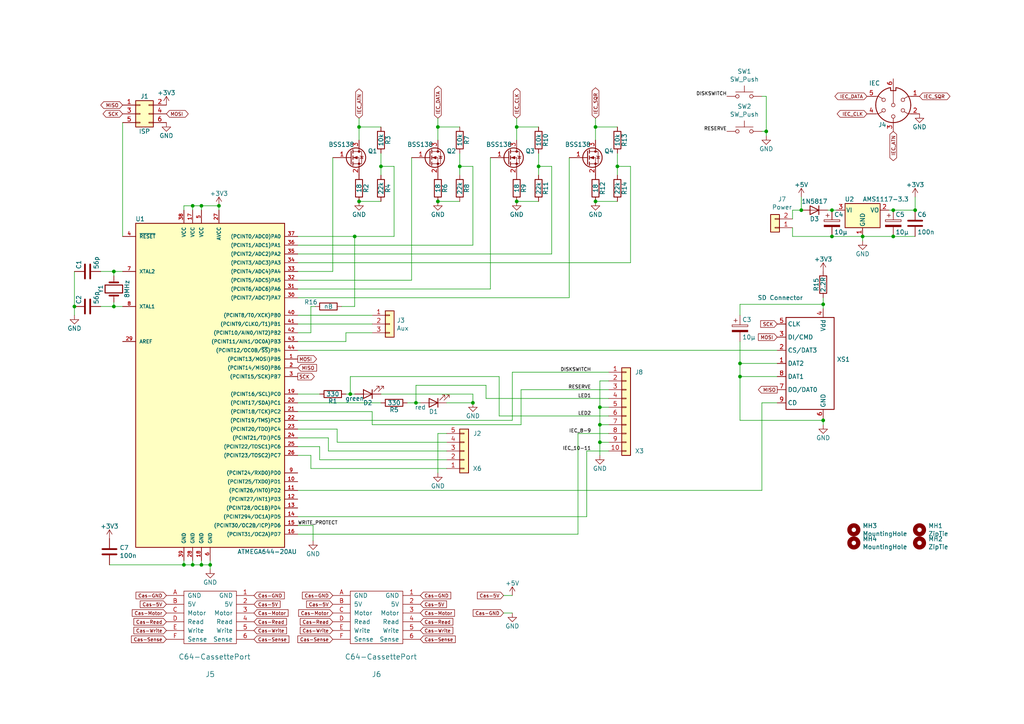
<source format=kicad_sch>
(kicad_sch (version 20211123) (generator eeschema)
  (paper "A4")
  (title_block (title "SD2IEC Pluggable") (date "2021-01-09") (rev "2.2") (company "www.hackup.net"))
  (lib_symbols
    (symbol "Connector:DIN-6" (pin_names (offset 1.016))
      (property "Reference" "J" (at 3.175 5.715 0))
      (property "Value" "DIN-6" (at 4.445 -4.445 0))
      (symbol "DIN-6_1_1"
        (pin passive line (at -7.62 -2.54 0) (length 2.54) (name "~") (number "1"))
        (pin passive line (at -7.62 2.54 0) (length 2.54) (name "~") (number "2"))
        (pin passive line (at 0 7.62 270) (length 2.54) (name "~") (number "3"))
        (pin passive line (at 7.62 2.54 180) (length 2.54) (name "~") (number "4"))
        (pin passive line (at 7.62 -2.54 180) (length 2.54) (name "~") (number "5"))
        (pin passive line (at 0 -7.62 90) (length 2.54) (name "~") (number "6"))
      )
    )
    (symbol "Connector_Generic:Conn_01x02" (pin_names (offset 1.016) hide)
      (property "Reference" "J" (at 0 2.54 0))
      (property "Value" "Conn_01x02" (at 0 -5.08 0))
      (symbol "Conn_01x02_1_1"
        (pin passive line (at -5.08 0 0) (length 3.81) (name "Pin_1") (number "1"))
        (pin passive line (at -5.08 -2.54 0) (length 3.81) (name "Pin_2") (number "2"))
      )
    )
    (symbol "Connector_Generic:Conn_01x03" (pin_names (offset 1.016) hide)
      (property "Reference" "J" (at 0 5.08 0))
      (property "Value" "Conn_01x03" (at 0 -5.08 0))
      (symbol "Conn_01x03_1_1"
        (pin passive line (at -5.08 2.54 0) (length 3.81) (name "Pin_1") (number "1"))
        (pin passive line (at -5.08 0 0) (length 3.81) (name "Pin_2") (number "2"))
        (pin passive line (at -5.08 -2.54 0) (length 3.81) (name "Pin_3") (number "3"))
      )
    )
    (symbol "Connector_Generic:Conn_01x05" (pin_names (offset 1.016) hide)
      (property "Reference" "J" (at 0 7.62 0))
      (property "Value" "Conn_01x05" (at 0 -7.62 0))
      (symbol "Conn_01x05_1_1"
        (pin passive line (at -5.08 5.08 0) (length 3.81) (name "Pin_1") (number "1"))
        (pin passive line (at -5.08 2.54 0) (length 3.81) (name "Pin_2") (number "2"))
        (pin passive line (at -5.08 0 0) (length 3.81) (name "Pin_3") (number "3"))
        (pin passive line (at -5.08 -2.54 0) (length 3.81) (name "Pin_4") (number "4"))
        (pin passive line (at -5.08 -5.08 0) (length 3.81) (name "Pin_5") (number "5"))
      )
    )
    (symbol "Connector_Generic:Conn_01x10" (pin_names (offset 1.016) hide)
      (property "Reference" "J" (at 0 12.7 0))
      (property "Value" "Conn_01x10" (at 0 -15.24 0))
      (symbol "Conn_01x10_1_1"
        (pin passive line (at -5.08 10.16 0) (length 3.81) (name "Pin_1") (number "1"))
        (pin passive line (at -5.08 -12.7 0) (length 3.81) (name "Pin_10") (number "10"))
        (pin passive line (at -5.08 7.62 0) (length 3.81) (name "Pin_2") (number "2"))
        (pin passive line (at -5.08 5.08 0) (length 3.81) (name "Pin_3") (number "3"))
        (pin passive line (at -5.08 2.54 0) (length 3.81) (name "Pin_4") (number "4"))
        (pin passive line (at -5.08 0 0) (length 3.81) (name "Pin_5") (number "5"))
        (pin passive line (at -5.08 -2.54 0) (length 3.81) (name "Pin_6") (number "6"))
        (pin passive line (at -5.08 -5.08 0) (length 3.81) (name "Pin_7") (number "7"))
        (pin passive line (at -5.08 -7.62 0) (length 3.81) (name "Pin_8") (number "8"))
        (pin passive line (at -5.08 -10.16 0) (length 3.81) (name "Pin_9") (number "9"))
      )
    )
    (symbol "Connector_Generic:Conn_02x03_Odd_Even" (pin_names (offset 1.016) hide)
      (property "Reference" "J" (at 1.27 5.08 0))
      (property "Value" "Conn_02x03_Odd_Even" (at 1.27 -5.08 0))
      (symbol "Conn_02x03_Odd_Even_1_1"
        (pin passive line (at -5.08 2.54 0) (length 3.81) (name "Pin_1") (number "1"))
        (pin passive line (at 7.62 2.54 180) (length 3.81) (name "Pin_2") (number "2"))
        (pin passive line (at -5.08 0 0) (length 3.81) (name "Pin_3") (number "3"))
        (pin passive line (at 7.62 0 180) (length 3.81) (name "Pin_4") (number "4"))
        (pin passive line (at -5.08 -2.54 0) (length 3.81) (name "Pin_5") (number "5"))
        (pin passive line (at 7.62 -2.54 180) (length 3.81) (name "Pin_6") (number "6"))
      )
    )
    (symbol "Device:C" (pin_numbers hide) (pin_names (offset 0.254))
      (property "Reference" "C" (at 0.635 2.54 0))
      (property "Value" "C" (at 0.635 -2.54 0))
      (symbol "C_1_1"
        (pin passive line (at 0 3.81 270) (length 2.794) (name "~") (number "1"))
        (pin passive line (at 0 -3.81 90) (length 2.794) (name "~") (number "2"))
      )
    )
    (symbol "Device:Crystal" (pin_numbers hide) (pin_names (offset 1.016) hide)
      (property "Reference" "Y" (at 0 3.81 0))
      (property "Value" "Crystal" (at 0 -3.81 0))
      (symbol "Crystal_1_1"
        (pin passive line (at -3.81 0 0) (length 1.27) (name "1") (number "1"))
        (pin passive line (at 3.81 0 180) (length 1.27) (name "2") (number "2"))
      )
    )
    (symbol "Device:LED" (pin_numbers hide) (pin_names (offset 1.016) hide)
      (property "Reference" "D" (at 0 2.54 0))
      (property "Value" "LED" (at 0 -2.54 0))
      (symbol "LED_1_1"
        (pin passive line (at -3.81 0 0) (length 2.54) (name "K") (number "1"))
        (pin passive line (at 3.81 0 180) (length 2.54) (name "A") (number "2"))
      )
    )
    (symbol "Device:R" (pin_numbers hide) (pin_names (offset 0))
      (property "Reference" "R" (at 2.032 0 90))
      (property "Value" "R" (at 0 0 90))
      (symbol "R_1_1"
        (pin passive line (at 0 3.81 270) (length 1.27) (name "~") (number "1"))
        (pin passive line (at 0 -3.81 90) (length 1.27) (name "~") (number "2"))
      )
    )
    (symbol "Diode:1N4148" (pin_numbers hide) (pin_names hide)
      (property "Reference" "D" (at 0 2.54 0))
      (property "Value" "1N4148" (at 0 -2.54 0))
      (symbol "1N4148_1_1"
        (pin passive line (at -3.81 0 0) (length 2.54) (name "K") (number "1"))
        (pin passive line (at 3.81 0 180) (length 2.54) (name "A") (number "2"))
      )
    )
    (symbol "Mechanical:MountingHole" (pin_names (offset 1.016))
      (property "Reference" "H" (at 0 5.08 0))
      (property "Value" "MountingHole" (at 0 3.175 0))
    )
    (symbol "Regulator_Linear:LM1117-3.3" (pin_names (offset 0.254))
      (property "Reference" "U" (at -3.81 3.175 0))
      (property "Value" "LM1117-3.3" (at 0 3.175 0))
      (symbol "LM1117-3.3_1_1"
        (pin power_in line (at 0 -7.62 90) (length 2.54) (name "GND") (number "1"))
        (pin power_out line (at 7.62 0 180) (length 2.54) (name "VO") (number "2"))
        (pin power_in line (at -7.62 0 0) (length 2.54) (name "VI") (number "3"))
      )
    )
    (symbol "SD2IECplug-rescue:CP-Device" (pin_numbers hide) (pin_names (offset 0.254))
      (property "Reference" "C" (at 0.635 2.54 0))
      (property "Value" "CP-Device" (at 0.635 -2.54 0))
      (symbol "CP-Device_1_1"
        (pin passive line (at 0 3.81 270) (length 2.794) (name "~") (number "1"))
        (pin passive line (at 0 -3.81 90) (length 2.794) (name "~") (number "2"))
      )
    )
    (symbol "SD2IECplug-rescue:SD_ebay-uSD-push_push_SMD-uSD_push-push_ebay"
      (property "Reference" "XS" (at 5.715 -14.605 0))
      (property "Value" "SD_ebay-uSD-push_push_SMD-uSD_push-push_ebay" (at -8.255 0 90))
      (symbol "SD_ebay-uSD-push_push_SMD-uSD_push-push_ebay_1_1"
        (pin bidirectional line (at 9.525 0 180) (length 2.54) (name "DAT2") (number "1"))
        (pin input line (at 9.525 3.81 180) (length 2.54) (name "CS/DAT3") (number "2"))
        (pin input line (at 9.525 7.62 180) (length 2.54) (name "DI/CMD") (number "3"))
        (pin input line (at -3.81 15.875 270) (length 2.54) (name "Vdd") (number "4"))
        (pin input line (at 9.525 11.43 180) (length 2.54) (name "CLK") (number "5"))
        (pin input line (at -3.81 -15.875 90) (length 2.54) (name "GND") (number "6"))
        (pin input line (at 9.525 -7.62 180) (length 2.54) (name "DO/DAT0") (number "7"))
        (pin bidirectional line (at 9.525 -3.81 180) (length 2.54) (name "DAT1") (number "8"))
        (pin input line (at 9.525 -11.43 180) (length 2.54) (name "CD") (number "9"))
      )
    )
    (symbol "SD2IECplug:ATMEGA644-20AU-atmel" (pin_names (offset 1.016))
      (property "Reference" "U" (at -20.32 48.26 0))
      (property "Value" "ATMEGA644-20AU-atmel" (at 16.51 -48.26 0))
      (symbol "ATMEGA644-20AU-atmel_1_1"
        (pin bidirectional line (at 25.4 7.62 180) (length 3.81) (name "(PCINT13/MOSI)PB5") (number "1"))
        (pin bidirectional line (at 25.4 -27.94 180) (length 3.81) (name "(PCINT25/TXD0)PD1") (number "10"))
        (pin bidirectional line (at 25.4 -30.48 180) (length 3.81) (name "(PCINT26/INT0)PD2") (number "11"))
        (pin bidirectional line (at 25.4 -33.02 180) (length 3.81) (name "(PCINT27/INT1)PD3") (number "12"))
        (pin bidirectional line (at 25.4 -35.56 180) (length 3.81) (name "(PCINT28/OC1B)PD4") (number "13"))
        (pin bidirectional line (at 25.4 -38.1 180) (length 3.81) (name "(PCINT294/OC1A)PD5") (number "14"))
        (pin bidirectional line (at 25.4 -40.64 180) (length 3.81) (name "(PCINT30/OC2B/ICP)PD6") (number "15"))
        (pin bidirectional line (at 25.4 -43.18 180) (length 3.81) (name "(PCINT31/OC2A)PD7") (number "16"))
        (pin power_in line (at -5.08 50.8 270) (length 3.81) (name "VCC") (number "17"))
        (pin power_in line (at -2.54 -50.8 90) (length 3.81) (name "GND") (number "18"))
        (pin bidirectional line (at 25.4 -2.54 180) (length 3.81) (name "(PCINT16/SCL)PC0") (number "19"))
        (pin bidirectional line (at 25.4 5.08 180) (length 3.81) (name "(PCINT14/MISO)PB6") (number "2"))
        (pin bidirectional line (at 25.4 -5.08 180) (length 3.81) (name "(PCINT17/SDA)PC1") (number "20"))
        (pin bidirectional line (at 25.4 -7.62 180) (length 3.81) (name "(PCINT18/TCK)PC2") (number "21"))
        (pin bidirectional line (at 25.4 -10.16 180) (length 3.81) (name "(PCINT19/TMS)PC3") (number "22"))
        (pin bidirectional line (at 25.4 -12.7 180) (length 3.81) (name "(PCINT20/TDO)PC4") (number "23"))
        (pin bidirectional line (at 25.4 -15.24 180) (length 3.81) (name "(PCINT21/TDI)PC5") (number "24"))
        (pin bidirectional line (at 25.4 -17.78 180) (length 3.81) (name "(PCINT22/TOSC1)PC6") (number "25"))
        (pin bidirectional line (at 25.4 -20.32 180) (length 3.81) (name "(PCINT23/TOSC2)PC7") (number "26"))
        (pin power_in line (at 2.54 50.8 270) (length 3.81) (name "AVCC") (number "27"))
        (pin power_in line (at -5.08 -50.8 90) (length 3.81) (name "GND") (number "28"))
        (pin power_in line (at -25.4 12.7 0) (length 3.81) (name "AREF") (number "29"))
        (pin bidirectional line (at 25.4 2.54 180) (length 3.81) (name "(PCINT15/SCK)PB7") (number "3"))
        (pin bidirectional line (at 25.4 25.4 180) (length 3.81) (name "(PCINT7/ADC7)PA7") (number "30"))
        (pin bidirectional line (at 25.4 27.94 180) (length 3.81) (name "(PCINT6/ADC6)PA6") (number "31"))
        (pin bidirectional line (at 25.4 30.48 180) (length 3.81) (name "(PCINT5/ADC5)PA5") (number "32"))
        (pin bidirectional line (at 25.4 33.02 180) (length 3.81) (name "(PCINT4/ADC4)PA4") (number "33"))
        (pin bidirectional line (at 25.4 35.56 180) (length 3.81) (name "(PCINT3/ADC3)PA3") (number "34"))
        (pin bidirectional line (at 25.4 38.1 180) (length 3.81) (name "(PCINT2/ADC2)PA2") (number "35"))
        (pin bidirectional line (at 25.4 40.64 180) (length 3.81) (name "(PCINT1/ADC1)PA1") (number "36"))
        (pin bidirectional line (at 25.4 43.18 180) (length 3.81) (name "(PCINT0/ADC0)PA0") (number "37"))
        (pin power_in line (at -7.62 50.8 270) (length 3.81) (name "VCC") (number "38"))
        (pin power_in line (at -7.62 -50.8 90) (length 3.81) (name "GND") (number "39"))
        (pin input line (at -25.4 43.18 0) (length 3.81) (name "~{RESET}") (number "4"))
        (pin bidirectional line (at 25.4 20.32 180) (length 3.81) (name "(PCINT8/T0/XCK)PB0") (number "40"))
        (pin bidirectional line (at 25.4 17.78 180) (length 3.81) (name "(PCINT9/CLKO/T1)PB1") (number "41"))
        (pin bidirectional line (at 25.4 15.24 180) (length 3.81) (name "(PCINT10/AIN0/INT2)PB2") (number "42"))
        (pin bidirectional line (at 25.4 12.7 180) (length 3.81) (name "(PCINT11/AIN1/OC0A)PB3") (number "43"))
        (pin bidirectional line (at 25.4 10.16 180) (length 3.81) (name "(PCINT12/OC0B/~{SS})PB4") (number "44"))
        (pin power_in line (at -2.54 50.8 270) (length 3.81) (name "VCC") (number "5"))
        (pin power_in line (at 0 -50.8 90) (length 3.81) (name "GND") (number "6"))
        (pin bidirectional line (at -25.4 33.02 0) (length 3.81) (name "XTAL2") (number "7"))
        (pin bidirectional line (at -25.4 22.86 0) (length 3.81) (name "XTAL1") (number "8"))
        (pin bidirectional line (at 25.4 -25.4 180) (length 3.81) (name "(PCINT24/RXD0)PD0") (number "9"))
      )
    )
    (symbol "SD2IECplug:IRLML2803" (pin_names (offset 0) hide)
      (property "Reference" "Q" (at 5.08 1.905 0))
      (property "Value" "IRLML2803" (at 5.08 0 0))
      (symbol "IRLML2803_1_1"
        (pin input line (at -5.08 0 0) (length 5.334) (name "G") (number "1"))
        (pin passive line (at 2.54 -5.08 90) (length 2.54) (name "S") (number "2"))
        (pin passive line (at 2.54 5.08 270) (length 2.54) (name "D") (number "3"))
      )
    )
    (symbol "Switch:SW_Push" (pin_numbers hide) (pin_names (offset 1.016) hide)
      (property "Reference" "SW" (at 1.27 2.54 0))
      (property "Value" "SW_Push" (at 0 -1.524 0))
      (symbol "SW_Push_0_1"
        (pin passive line (at -5.08 0 0) (length 2.54) (name "1") (number "1"))
        (pin passive line (at 5.08 0 180) (length 2.54) (name "2") (number "2"))
      )
    )
    (symbol "hackup-commodore:C64-CassettePort" (pin_names (offset 1.016))
      (property "Reference" "J" (at 0 0 0))
      (property "Value" "C64-CassettePort" (at 1.27 5.08 0))
      (symbol "C64-CassettePort_1_1"
        (pin power_out line (at 12.7 22.86 180) (length 5.08) (name "GND") (number "1"))
        (pin power_out line (at 12.7 20.32 180) (length 5.08) (name "5V") (number "2"))
        (pin output line (at 12.7 17.78 180) (length 5.08) (name "Motor") (number "3"))
        (pin input line (at 12.7 15.24 180) (length 5.08) (name "Read") (number "4"))
        (pin output line (at 12.7 12.7 180) (length 5.08) (name "Write") (number "5"))
        (pin input line (at 12.7 10.16 180) (length 5.08) (name "Sense") (number "6"))
        (pin power_out line (at -12.7 22.86 0) (length 5.08) (name "GND") (number "A"))
        (pin power_out line (at -12.7 20.32 0) (length 5.08) (name "5V") (number "B"))
        (pin output line (at -12.7 17.78 0) (length 5.08) (name "Motor") (number "C"))
        (pin input line (at -12.7 15.24 0) (length 5.08) (name "Read") (number "D"))
        (pin output line (at -12.7 12.7 0) (length 5.08) (name "Write") (number "E"))
        (pin input line (at -12.7 10.16 0) (length 5.08) (name "Sense") (number "F"))
      )
    )
    (symbol "power:+3V3" (power) (pin_names (offset 0))
      (property "Value" "+3V3" (at 0 3.556 0))
      (symbol "+3V3_1_1"
        (pin power_in line (at 0 0 90) (length 0) hide (name "+3V3") (number "1"))
      )
    )
    (symbol "power:+5V" (power) (pin_names (offset 0))
      (property "Value" "+5V" (at 0 3.556 0))
      (symbol "+5V_1_1"
        (pin power_in line (at 0 0 90) (length 0) hide (name "+5V") (number "1"))
      )
    )
    (symbol "power:GND" (power) (pin_names (offset 0))
      (property "Value" "GND" (at 0 -3.81 0))
      (symbol "GND_1_1"
        (pin power_in line (at 0 0 270) (length 0) hide (name "GND") (number "1"))
      )
    )
  )
  (junction (at 127 36.83))
  (junction (at 238.76 121.92))
  (junction (at 173.99 118.11))
  (junction (at 55.88 59.69))
  (junction (at 53.34 163.83))
  (junction (at 104.14 36.83))
  (junction (at 265.43 60.96))
  (junction (at 55.88 163.83))
  (junction (at 60.96 163.83))
  (junction (at 33.02 78.74))
  (junction (at 33.02 88.9))
  (junction (at 21.59 88.9))
  (junction (at 127 58.42))
  (junction (at 214.63 109.22))
  (junction (at 173.99 123.19))
  (junction (at 250.19 68.58))
  (junction (at 104.14 58.42))
  (junction (at 241.3 68.58))
  (junction (at 120.65 116.84))
  (junction (at 238.76 88.265))
  (junction (at 137.16 116.84))
  (junction (at 58.42 59.69))
  (junction (at 156.21 48.26))
  (junction (at 149.86 58.42))
  (junction (at 232.41 60.96))
  (junction (at 110.49 48.26))
  (junction (at 63.5 59.69))
  (junction (at 101.6 114.3))
  (junction (at 241.3 60.96))
  (junction (at 259.08 68.58))
  (junction (at 133.35 48.26))
  (junction (at 179.07 48.26))
  (junction (at 259.08 60.96))
  (junction (at 214.63 105.41))
  (junction (at 173.99 128.27))
  (junction (at 222.25 38.1))
  (junction (at 102.87 68.58))
  (junction (at 58.42 163.83))
  (junction (at 172.72 58.42))
  (junction (at 149.86 36.83))
  (junction (at 172.72 36.83))
  (wire (pts (xy 90.17 88.9) (xy 91.44 88.9)))
  (wire (pts (xy 165.1 86.36) (xy 86.36 86.36)))
  (wire (pts (xy 120.65 116.84) (xy 120.65 111.76)))
  (wire (pts (xy 55.88 59.69) (xy 58.42 59.69)))
  (wire (pts (xy 86.36 132.08) (xy 90.17 132.08)))
  (wire (pts (xy 92.71 129.54) (xy 92.71 133.35)))
  (wire (pts (xy 100.33 114.3) (xy 101.6 114.3)))
  (wire (pts (xy 53.34 59.69) (xy 55.88 59.69)))
  (wire (pts (xy 133.35 44.45) (xy 133.35 48.26)))
  (wire (pts (xy 214.63 91.44) (xy 214.63 88.265)))
  (wire (pts (xy 21.59 88.9) (xy 21.59 91.44)))
  (wire (pts (xy 104.14 36.83) (xy 104.14 40.64)))
  (wire (pts (xy 176.53 110.49) (xy 173.99 110.49)))
  (wire (pts (xy 107.95 123.19) (xy 151.13 123.19)))
  (wire (pts (xy 232.41 57.15) (xy 232.41 60.96)))
  (wire (pts (xy 214.63 99.06) (xy 214.63 105.41)))
  (wire (pts (xy 119.38 45.72) (xy 119.38 81.28)))
  (wire (pts (xy 133.35 48.26) (xy 137.16 48.26)))
  (wire (pts (xy 137.16 114.3) (xy 137.16 116.84)))
  (wire (pts (xy 100.33 99.06) (xy 100.33 96.52)))
  (wire (pts (xy 100.33 96.52) (xy 107.95 96.52)))
  (wire (pts (xy 259.08 60.96) (xy 265.43 60.96)))
  (wire (pts (xy 86.36 129.54) (xy 92.71 129.54)))
  (wire (pts (xy 167.64 125.73) (xy 167.64 154.94)))
  (wire (pts (xy 110.49 114.3) (xy 137.16 114.3)))
  (wire (pts (xy 144.78 120.65) (xy 176.53 120.65)))
  (wire (pts (xy 118.11 116.84) (xy 120.65 116.84)))
  (wire (pts (xy 110.49 44.45) (xy 110.49 48.26)))
  (wire (pts (xy 63.5 59.69) (xy 63.5 60.96)))
  (wire (pts (xy 102.87 88.9) (xy 102.87 68.58)))
  (wire (pts (xy 144.78 109.22) (xy 144.78 120.65)))
  (wire (pts (xy 140.97 111.76) (xy 140.97 115.57)))
  (wire (pts (xy 137.16 48.26) (xy 137.16 71.12)))
  (wire (pts (xy 225.425 105.41) (xy 214.63 105.41)))
  (wire (pts (xy 241.3 60.96) (xy 242.57 60.96)))
  (wire (pts (xy 170.18 130.81) (xy 170.18 149.86)))
  (wire (pts (xy 55.88 60.96) (xy 55.88 59.69)))
  (wire (pts (xy 90.17 96.52) (xy 90.17 88.9)))
  (wire (pts (xy 86.36 91.44) (xy 107.95 91.44)))
  (wire (pts (xy 160.02 48.26) (xy 160.02 73.66)))
  (wire (pts (xy 99.06 88.9) (xy 102.87 88.9)))
  (wire (pts (xy 172.72 36.83) (xy 179.07 36.83)))
  (wire (pts (xy 21.59 78.74) (xy 21.59 88.9)))
  (wire (pts (xy 146.05 172.72) (xy 148.59 172.72)))
  (wire (pts (xy 265.43 60.96) (xy 265.43 57.15)))
  (wire (pts (xy 238.76 86.36) (xy 238.76 88.265)))
  (wire (pts (xy 119.38 81.28) (xy 86.36 81.28)))
  (wire (pts (xy 90.17 135.89) (xy 129.54 135.89)))
  (wire (pts (xy 86.36 99.06) (xy 100.33 99.06)))
  (wire (pts (xy 92.71 133.35) (xy 129.54 133.35)))
  (wire (pts (xy 86.36 93.98) (xy 107.95 93.98)))
  (wire (pts (xy 229.87 66.04) (xy 229.87 68.58)))
  (wire (pts (xy 60.96 162.56) (xy 60.96 163.83)))
  (wire (pts (xy 35.56 68.58) (xy 35.56 35.56)))
  (wire (pts (xy 102.87 68.58) (xy 114.3 68.58)))
  (wire (pts (xy 250.19 68.58) (xy 259.08 68.58)))
  (wire (pts (xy 220.98 27.94) (xy 222.25 27.94)))
  (wire (pts (xy 156.21 48.26) (xy 160.02 48.26)))
  (wire (pts (xy 257.81 60.96) (xy 259.08 60.96)))
  (wire (pts (xy 86.36 119.38) (xy 107.95 119.38)))
  (wire (pts (xy 148.59 121.92) (xy 148.59 107.95)))
  (wire (pts (xy 214.63 109.22) (xy 225.425 109.22)))
  (wire (pts (xy 214.63 105.41) (xy 214.63 109.22)))
  (wire (pts (xy 96.52 78.74) (xy 86.36 78.74)))
  (wire (pts (xy 165.1 45.72) (xy 165.1 86.36)))
  (wire (pts (xy 86.36 68.58) (xy 102.87 68.58)))
  (wire (pts (xy 176.53 123.19) (xy 173.99 123.19)))
  (wire (pts (xy 156.21 48.26) (xy 156.21 50.8)))
  (wire (pts (xy 86.36 101.6) (xy 225.425 101.6)))
  (wire (pts (xy 86.36 121.92) (xy 148.59 121.92)))
  (wire (pts (xy 220.98 38.1) (xy 222.25 38.1)))
  (wire (pts (xy 53.34 163.83) (xy 31.75 163.83)))
  (wire (pts (xy 149.86 36.83) (xy 149.86 40.64)))
  (wire (pts (xy 182.88 76.2) (xy 86.36 76.2)))
  (wire (pts (xy 229.87 60.96) (xy 232.41 60.96)))
  (wire (pts (xy 58.42 162.56) (xy 58.42 163.83)))
  (wire (pts (xy 133.35 48.26) (xy 133.35 50.8)))
  (wire (pts (xy 176.53 125.73) (xy 167.64 125.73)))
  (wire (pts (xy 238.76 121.92) (xy 238.76 123.19)))
  (wire (pts (xy 172.72 36.83) (xy 172.72 40.64)))
  (wire (pts (xy 156.21 44.45) (xy 156.21 48.26)))
  (wire (pts (xy 241.3 68.58) (xy 250.19 68.58)))
  (wire (pts (xy 182.88 48.26) (xy 182.88 76.2)))
  (wire (pts (xy 53.34 60.96) (xy 53.34 59.69)))
  (wire (pts (xy 156.21 58.42) (xy 149.86 58.42)))
  (wire (pts (xy 238.76 121.92) (xy 214.63 121.92)))
  (wire (pts (xy 114.3 48.26) (xy 114.3 68.58)))
  (wire (pts (xy 29.21 88.9) (xy 33.02 88.9)))
  (wire (pts (xy 149.86 34.29) (xy 149.86 36.83)))
  (wire (pts (xy 142.24 45.72) (xy 142.24 83.82)))
  (wire (pts (xy 104.14 34.29) (xy 104.14 36.83)))
  (wire (pts (xy 60.96 163.83) (xy 60.96 165.1)))
  (wire (pts (xy 179.07 48.26) (xy 179.07 50.8)))
  (wire (pts (xy 86.36 96.52) (xy 90.17 96.52)))
  (wire (pts (xy 101.6 114.3) (xy 102.87 114.3)))
  (wire (pts (xy 229.87 63.5) (xy 229.87 60.96)))
  (wire (pts (xy 222.25 27.94) (xy 222.25 38.1)))
  (wire (pts (xy 167.64 154.94) (xy 86.36 154.94)))
  (wire (pts (xy 146.05 177.8) (xy 148.59 177.8)))
  (wire (pts (xy 86.36 114.3) (xy 92.71 114.3)))
  (wire (pts (xy 86.36 116.84) (xy 110.49 116.84)))
  (wire (pts (xy 214.63 121.92) (xy 214.63 109.22)))
  (wire (pts (xy 127 36.83) (xy 127 40.64)))
  (wire (pts (xy 97.79 128.27) (xy 129.54 128.27)))
  (wire (pts (xy 179.07 48.26) (xy 182.88 48.26)))
  (wire (pts (xy 110.49 48.26) (xy 114.3 48.26)))
  (wire (pts (xy 90.17 132.08) (xy 90.17 135.89)))
  (wire (pts (xy 142.24 83.82) (xy 86.36 83.82)))
  (wire (pts (xy 110.49 58.42) (xy 104.14 58.42)))
  (wire (pts (xy 173.99 123.19) (xy 173.99 128.27)))
  (wire (pts (xy 104.14 36.83) (xy 110.49 36.83)))
  (wire (pts (xy 149.86 36.83) (xy 156.21 36.83)))
  (wire (pts (xy 58.42 163.83) (xy 60.96 163.83)))
  (wire (pts (xy 129.54 125.73) (xy 127 125.73)))
  (wire (pts (xy 120.65 111.76) (xy 140.97 111.76)))
  (wire (pts (xy 173.99 128.27) (xy 173.99 132.08)))
  (wire (pts (xy 86.36 124.46) (xy 97.79 124.46)))
  (wire (pts (xy 86.36 127) (xy 95.25 127)))
  (wire (pts (xy 127 34.29) (xy 127 36.83)))
  (wire (pts (xy 58.42 59.69) (xy 63.5 59.69)))
  (wire (pts (xy 179.07 44.45) (xy 179.07 48.26)))
  (wire (pts (xy 97.79 124.46) (xy 97.79 128.27)))
  (wire (pts (xy 220.98 116.84) (xy 220.98 142.24)))
  (wire (pts (xy 101.6 109.22) (xy 144.78 109.22)))
  (wire (pts (xy 173.99 110.49) (xy 173.99 118.11)))
  (wire (pts (xy 127 36.83) (xy 133.35 36.83)))
  (wire (pts (xy 176.53 118.11) (xy 173.99 118.11)))
  (wire (pts (xy 259.08 68.58) (xy 265.43 68.58)))
  (wire (pts (xy 137.16 71.12) (xy 86.36 71.12)))
  (wire (pts (xy 172.72 34.29) (xy 172.72 36.83)))
  (wire (pts (xy 176.53 130.81) (xy 170.18 130.81)))
  (wire (pts (xy 160.02 73.66) (xy 86.36 73.66)))
  (wire (pts (xy 53.34 162.56) (xy 53.34 163.83)))
  (wire (pts (xy 53.34 163.83) (xy 55.88 163.83)))
  (wire (pts (xy 214.63 88.265) (xy 238.76 88.265)))
  (wire (pts (xy 120.65 116.84) (xy 121.92 116.84)))
  (wire (pts (xy 240.03 60.96) (xy 241.3 60.96)))
  (wire (pts (xy 140.97 115.57) (xy 176.53 115.57)))
  (wire (pts (xy 107.95 119.38) (xy 107.95 123.19)))
  (wire (pts (xy 179.07 58.42) (xy 172.72 58.42)))
  (wire (pts (xy 33.02 87.63) (xy 33.02 88.9)))
  (wire (pts (xy 238.76 121.285) (xy 238.76 121.92)))
  (wire (pts (xy 170.18 149.86) (xy 86.36 149.86)))
  (wire (pts (xy 250.19 69.85) (xy 250.19 68.58)))
  (wire (pts (xy 96.52 45.72) (xy 96.52 78.74)))
  (wire (pts (xy 151.13 113.03) (xy 176.53 113.03)))
  (wire (pts (xy 133.35 58.42) (xy 127 58.42)))
  (wire (pts (xy 229.87 68.58) (xy 241.3 68.58)))
  (wire (pts (xy 129.54 116.84) (xy 137.16 116.84)))
  (wire (pts (xy 222.25 38.1) (xy 222.25 39.37)))
  (wire (pts (xy 127 125.73) (xy 127 137.16)))
  (wire (pts (xy 29.21 78.74) (xy 33.02 78.74)))
  (wire (pts (xy 33.02 78.74) (xy 35.56 78.74)))
  (wire (pts (xy 148.59 107.95) (xy 176.53 107.95)))
  (wire (pts (xy 90.805 152.4) (xy 90.805 156.845)))
  (wire (pts (xy 110.49 48.26) (xy 110.49 50.8)))
  (wire (pts (xy 220.98 116.84) (xy 225.425 116.84)))
  (wire (pts (xy 95.25 130.81) (xy 129.54 130.81)))
  (wire (pts (xy 33.02 88.9) (xy 35.56 88.9)))
  (wire (pts (xy 86.36 142.24) (xy 220.98 142.24)))
  (wire (pts (xy 151.13 123.19) (xy 151.13 113.03)))
  (wire (pts (xy 33.02 80.01) (xy 33.02 78.74)))
  (wire (pts (xy 86.36 152.4) (xy 90.805 152.4)))
  (wire (pts (xy 55.88 163.83) (xy 58.42 163.83)))
  (wire (pts (xy 173.99 118.11) (xy 173.99 123.19)))
  (wire (pts (xy 58.42 60.96) (xy 58.42 59.69)))
  (wire (pts (xy 101.6 114.3) (xy 101.6 109.22)))
  (wire (pts (xy 55.88 162.56) (xy 55.88 163.83)))
  (wire (pts (xy 95.25 127) (xy 95.25 130.81)))
  (wire (pts (xy 176.53 128.27) (xy 173.99 128.27)))
  (wire (pts (xy 238.76 88.265) (xy 238.76 89.535)))
  (label "DISKSWITCH" (at 210.82 27.94 180) (effects (font (size 0.9906 0.9906))))
  (label "IEC_8-9" (at 171.45 125.73 180) (effects (font (size 0.9906 0.9906))))
  (label "IEC_10-11" (at 171.45 130.81 180) (effects (font (size 0.9906 0.9906))))
  (label "LED1" (at 171.45 115.57 180) (effects (font (size 0.9906 0.9906))))
  (label "WRITE_PROTECT" (at 86.36 152.4 0) (effects (font (size 0.9906 0.9906))))
  (label "LED2" (at 171.45 120.65 180) (effects (font (size 0.9906 0.9906))))
  (label "DISKSWITCH" (at 171.45 107.95 180) (effects (font (size 0.9906 0.9906))))
  (label "RESERVE" (at 171.45 113.03 180) (effects (font (size 0.9906 0.9906))))
  (label "RESERVE" (at 210.82 38.1 180) (effects (font (size 0.9906 0.9906))))
  (global_label "Cas-Write" (shape input) (at 48.26 182.88 180) (effects (font (size 0.9906 0.9906))) (property "Intersheet References" "${INTERSHEET_REFS}" (effects hide)))
  (global_label "Cas-GND" (shape input) (at 96.52 172.72 180) (effects (font (size 0.9906 0.9906))) (property "Intersheet References" "${INTERSHEET_REFS}" (effects hide)))
  (global_label "IEC_ATN" (shape bidirectional) (at 259.08 38.1 270) (effects (font (size 0.9906 0.9906))) (property "Intersheet References" "${INTERSHEET_REFS}" (effects hide)))
  (global_label "Cas-Sense" (shape input) (at 121.92 185.42 0) (effects (font (size 0.9906 0.9906))) (property "Intersheet References" "${INTERSHEET_REFS}" (effects hide)))
  (global_label "Cas-Write" (shape input) (at 96.52 182.88 180) (effects (font (size 0.9906 0.9906))) (property "Intersheet References" "${INTERSHEET_REFS}" (effects hide)))
  (global_label "IEC_SQR" (shape bidirectional) (at 266.7 27.94 0) (effects (font (size 0.9906 0.9906))) (property "Intersheet References" "${INTERSHEET_REFS}" (effects hide)))
  (global_label "SCK" (shape bidirectional) (at 35.56 33.02 180) (effects (font (size 0.9906 0.9906))) (property "Intersheet References" "${INTERSHEET_REFS}" (effects hide)))
  (global_label "MISO" (shape input) (at 86.36 106.68 0) (effects (font (size 0.9906 0.9906))) (property "Intersheet References" "${INTERSHEET_REFS}" (effects hide)))
  (global_label "Cas-Motor" (shape input) (at 121.92 177.8 0) (effects (font (size 0.9906 0.9906))) (property "Intersheet References" "${INTERSHEET_REFS}" (effects hide)))
  (global_label "SCK" (shape input) (at 225.425 93.98 180) (effects (font (size 0.9906 0.9906))) (property "Intersheet References" "${INTERSHEET_REFS}" (effects hide)))
  (global_label "Cas-Motor" (shape input) (at 96.52 177.8 180) (effects (font (size 0.9906 0.9906))) (property "Intersheet References" "${INTERSHEET_REFS}" (effects hide)))
  (global_label "Cas-Read" (shape input) (at 73.66 180.34 0) (effects (font (size 0.9906 0.9906))) (property "Intersheet References" "${INTERSHEET_REFS}" (effects hide)))
  (global_label "Cas-Write" (shape input) (at 73.66 182.88 0) (effects (font (size 0.9906 0.9906))) (property "Intersheet References" "${INTERSHEET_REFS}" (effects hide)))
  (global_label "Cas-Sense" (shape input) (at 48.26 185.42 180) (effects (font (size 0.9906 0.9906))) (property "Intersheet References" "${INTERSHEET_REFS}" (effects hide)))
  (global_label "Cas-Write" (shape input) (at 121.92 182.88 0) (effects (font (size 0.9906 0.9906))) (property "Intersheet References" "${INTERSHEET_REFS}" (effects hide)))
  (global_label "Cas-GND" (shape input) (at 121.92 172.72 0) (effects (font (size 0.9906 0.9906))) (property "Intersheet References" "${INTERSHEET_REFS}" (effects hide)))
  (global_label "Cas-5V" (shape input) (at 48.26 175.26 180) (effects (font (size 0.9906 0.9906))) (property "Intersheet References" "${INTERSHEET_REFS}" (effects hide)))
  (global_label "IEC_SQR" (shape bidirectional) (at 172.72 34.29 90) (effects (font (size 0.9906 0.9906))) (property "Intersheet References" "${INTERSHEET_REFS}" (effects hide)))
  (global_label "Cas-Read" (shape input) (at 96.52 180.34 180) (effects (font (size 0.9906 0.9906))) (property "Intersheet References" "${INTERSHEET_REFS}" (effects hide)))
  (global_label "Cas-5V" (shape input) (at 121.92 175.26 0) (effects (font (size 0.9906 0.9906))) (property "Intersheet References" "${INTERSHEET_REFS}" (effects hide)))
  (global_label "Cas-Read" (shape input) (at 121.92 180.34 0) (effects (font (size 0.9906 0.9906))) (property "Intersheet References" "${INTERSHEET_REFS}" (effects hide)))
  (global_label "Cas-Read" (shape input) (at 48.26 180.34 180) (effects (font (size 0.9906 0.9906))) (property "Intersheet References" "${INTERSHEET_REFS}" (effects hide)))
  (global_label "Cas-GND" (shape input) (at 48.26 172.72 180) (effects (font (size 0.9906 0.9906))) (property "Intersheet References" "${INTERSHEET_REFS}" (effects hide)))
  (global_label "Cas-Motor" (shape input) (at 73.66 177.8 0) (effects (font (size 0.9906 0.9906))) (property "Intersheet References" "${INTERSHEET_REFS}" (effects hide)))
  (global_label "Cas-Sense" (shape input) (at 73.66 185.42 0) (effects (font (size 0.9906 0.9906))) (property "Intersheet References" "${INTERSHEET_REFS}" (effects hide)))
  (global_label "Cas-Motor" (shape input) (at 48.26 177.8 180) (effects (font (size 0.9906 0.9906))) (property "Intersheet References" "${INTERSHEET_REFS}" (effects hide)))
  (global_label "Cas-5V" (shape input) (at 96.52 175.26 180) (effects (font (size 0.9906 0.9906))) (property "Intersheet References" "${INTERSHEET_REFS}" (effects hide)))
  (global_label "Cas-5V" (shape input) (at 146.05 172.72 180) (effects (font (size 0.9906 0.9906))) (property "Intersheet References" "${INTERSHEET_REFS}" (effects hide)))
  (global_label "MISO" (shape bidirectional) (at 35.56 30.48 180) (effects (font (size 0.9906 0.9906))) (property "Intersheet References" "${INTERSHEET_REFS}" (effects hide)))
  (global_label "MOSI" (shape bidirectional) (at 48.26 33.02 0) (effects (font (size 0.9906 0.9906))) (property "Intersheet References" "${INTERSHEET_REFS}" (effects hide)))
  (global_label "Cas-5V" (shape input) (at 73.66 175.26 0) (effects (font (size 0.9906 0.9906))) (property "Intersheet References" "${INTERSHEET_REFS}" (effects hide)))
  (global_label "Cas-GND" (shape input) (at 73.66 172.72 0) (effects (font (size 0.9906 0.9906))) (property "Intersheet References" "${INTERSHEET_REFS}" (effects hide)))
  (global_label "MOSI" (shape output) (at 86.36 104.14 0) (effects (font (size 0.9906 0.9906))) (property "Intersheet References" "${INTERSHEET_REFS}" (effects hide)))
  (global_label "IEC_DATA" (shape bidirectional) (at 251.46 27.94 180) (effects (font (size 0.9906 0.9906))) (property "Intersheet References" "${INTERSHEET_REFS}" (effects hide)))
  (global_label "IEC_CLK" (shape bidirectional) (at 149.86 34.29 90) (effects (font (size 0.9906 0.9906))) (property "Intersheet References" "${INTERSHEET_REFS}" (effects hide)))
  (global_label "Cas-GND" (shape input) (at 146.05 177.8 180) (effects (font (size 0.9906 0.9906))) (property "Intersheet References" "${INTERSHEET_REFS}" (effects hide)))
  (global_label "IEC_CLK" (shape bidirectional) (at 251.46 33.02 180) (effects (font (size 0.9906 0.9906))) (property "Intersheet References" "${INTERSHEET_REFS}" (effects hide)))
  (global_label "MISO" (shape output) (at 225.425 113.03 180) (effects (font (size 0.9906 0.9906))) (property "Intersheet References" "${INTERSHEET_REFS}" (effects hide)))
  (global_label "Cas-Sense" (shape input) (at 96.52 185.42 180) (effects (font (size 0.9906 0.9906))) (property "Intersheet References" "${INTERSHEET_REFS}" (effects hide)))
  (global_label "IEC_ATN" (shape bidirectional) (at 104.14 34.29 90) (effects (font (size 0.9906 0.9906))) (property "Intersheet References" "${INTERSHEET_REFS}" (effects hide)))
  (global_label "IEC_DATA" (shape bidirectional) (at 127 34.29 90) (effects (font (size 0.9906 0.9906))) (property "Intersheet References" "${INTERSHEET_REFS}" (effects hide)))
  (global_label "SCK" (shape output) (at 86.36 109.22 0) (effects (font (size 0.9906 0.9906))) (property "Intersheet References" "${INTERSHEET_REFS}" (effects hide)))
  (global_label "MOSI" (shape input) (at 225.425 97.79 180) (effects (font (size 0.9906 0.9906))) (property "Intersheet References" "${INTERSHEET_REFS}" (effects hide)))
  (symbol (lib_id "SD2IECplug:ATMEGA644-20AU-atmel") (at 60.96 111.76 0) (unit 1)
    (property "Reference" "U1" (at 40.64 63.5 0))
    (property "Value" "ATMEGA644-20AU" (at 77.47 160.02 0))
    (property "Footprint" "Housings_QFP:TQFP-44_10x10mm_Pitch0.8mm" (effects hide))
  )
  (symbol (lib_id "Regulator_Linear:LM1117-3.3") (at 250.19 60.96 0) (unit 1)
    (property "Reference" "U2" (at 246.38 57.785 0))
    (property "Value" "AMS1117-3.3" (at 250.19 57.785 0) (effects (justify left)))
    (property "Footprint" "TO_SOT_Packages_SMD:SOT-223-3_TabPin2" (effects hide))
  )
  (symbol (lib_id "power:GND") (at 250.19 69.85 0) (unit 1)
    (property "Reference" "#PWR01" (effects hide))
    (property "Value" "GND" (at 250.19 73.66 0))
  )
  (symbol (lib_id "Diode:1N4148") (at 236.22 60.96 180) (unit 1)
    (property "Reference" "D3" (at 236.22 63.5 0))
    (property "Value" "1N5817" (at 236.22 58.42 0))
    (property "Footprint" "Diodes_THT:D_DO-41_SOD81_P7.62mm_Horizontal" (effects hide))
  )
  (symbol (lib_id "power:+5V") (at 232.41 57.15 0) (unit 1)
    (property "Reference" "#PWR02" (effects hide))
    (property "Value" "+5V" (at 232.41 53.594 0))
  )
  (symbol (lib_id "Device:C") (at 265.43 64.77 0) (unit 1)
    (property "Reference" "C6" (at 266.065 62.23 0) (effects (justify left)))
    (property "Value" "100n" (at 266.065 67.31 0) (effects (justify left)))
    (property "Footprint" "Capacitors_SMD:C_0805_HandSoldering" (effects hide))
  )
  (symbol (lib_id "power:GND") (at 60.96 165.1 0) (unit 1)
    (property "Reference" "#PWR03" (effects hide))
    (property "Value" "GND" (at 60.96 168.91 0))
  )
  (symbol (lib_id "Connector:DIN-6") (at 259.08 30.48 180) (unit 1)
    (property "Reference" "J4" (at 255.905 36.195 0))
    (property "Value" "IEC" (at 255.27 24.13 0) (effects (justify left)))
    (property "Footprint" "DIN-Connectors:DIN-6-Variable" (effects hide))
  )
  (symbol (lib_id "power:GND") (at 266.7 33.02 0) (unit 1)
    (property "Reference" "#PWR04" (effects hide))
    (property "Value" "GND" (at 266.7 36.83 0))
  )
  (symbol (lib_id "Device:Crystal") (at 33.02 83.82 90) (unit 1)
    (property "Reference" "Y1" (at 29.21 83.82 0))
    (property "Value" "8MHz" (at 36.83 83.82 0))
    (property "Footprint" "Crystals:Crystal_HC49-4H_Vertical" (effects hide))
  )
  (symbol (lib_id "Device:C") (at 25.4 78.74 90) (unit 1)
    (property "Reference" "C1" (at 22.86 78.105 0) (effects (justify left)))
    (property "Value" "56p" (at 27.94 78.105 0) (effects (justify left)))
    (property "Footprint" "Capacitors_SMD:C_0805_HandSoldering" (effects hide))
  )
  (symbol (lib_id "Device:C") (at 25.4 88.9 90) (unit 1)
    (property "Reference" "C2" (at 22.86 88.265 0) (effects (justify left)))
    (property "Value" "56p" (at 27.94 88.265 0) (effects (justify left)))
    (property "Footprint" "Capacitors_SMD:C_0805_HandSoldering" (effects hide))
  )
  (symbol (lib_id "power:GND") (at 21.59 91.44 0) (unit 1)
    (property "Reference" "#PWR05" (effects hide))
    (property "Value" "GND" (at 21.59 95.25 0))
  )
  (symbol (lib_id "SD2IECplug:IRLML2803") (at 170.18 45.72 0) (unit 1)
    (property "Reference" "Q4" (at 175.26 43.815 0) (effects (justify left)))
    (property "Value" "BSS138" (at 163.83 41.91 0) (effects (justify left)))
    (property "Footprint" "TO_SOT_Packages_SMD:SOT-23_Handsoldering" (effects hide))
  )
  (symbol (lib_id "Device:R") (at 172.72 54.61 0) (unit 1)
    (property "Reference" "R12" (at 174.752 54.61 90))
    (property "Value" "18" (at 172.72 54.61 90))
    (property "Footprint" "Resistors_SMD:R_0805_HandSoldering" (effects hide))
  )
  (symbol (lib_id "Device:R") (at 179.07 54.61 0) (unit 1)
    (property "Reference" "R14" (at 181.102 54.61 90))
    (property "Value" "22k" (at 179.07 54.61 90))
    (property "Footprint" "Resistors_SMD:R_0805_HandSoldering" (effects hide))
  )
  (symbol (lib_id "Device:R") (at 179.07 40.64 0) (unit 1)
    (property "Reference" "R13" (at 181.102 40.64 90))
    (property "Value" "10k" (at 179.07 40.64 90))
    (property "Footprint" "Resistors_SMD:R_0805_HandSoldering" (effects hide))
  )
  (symbol (lib_id "power:GND") (at 172.72 58.42 0) (unit 1)
    (property "Reference" "#PWR06" (effects hide))
    (property "Value" "GND" (at 172.72 62.23 0))
  )
  (symbol (lib_id "SD2IECplug:IRLML2803") (at 147.32 45.72 0) (unit 1)
    (property "Reference" "Q3" (at 152.4 43.815 0) (effects (justify left)))
    (property "Value" "BSS138" (at 140.97 41.91 0) (effects (justify left)))
    (property "Footprint" "TO_SOT_Packages_SMD:SOT-23_Handsoldering" (effects hide))
  )
  (symbol (lib_id "Device:R") (at 149.86 54.61 0) (unit 1)
    (property "Reference" "R9" (at 151.892 54.61 90))
    (property "Value" "18" (at 149.86 54.61 90))
    (property "Footprint" "Resistors_SMD:R_0805_HandSoldering" (effects hide))
  )
  (symbol (lib_id "Device:R") (at 156.21 54.61 0) (unit 1)
    (property "Reference" "R11" (at 158.242 54.61 90))
    (property "Value" "22k" (at 156.21 54.61 90))
    (property "Footprint" "Resistors_SMD:R_0805_HandSoldering" (effects hide))
  )
  (symbol (lib_id "Device:R") (at 156.21 40.64 0) (unit 1)
    (property "Reference" "R10" (at 158.242 40.64 90))
    (property "Value" "10k" (at 156.21 40.64 90))
    (property "Footprint" "Resistors_SMD:R_0805_HandSoldering" (effects hide))
  )
  (symbol (lib_id "power:GND") (at 149.86 58.42 0) (unit 1)
    (property "Reference" "#PWR07" (effects hide))
    (property "Value" "GND" (at 149.86 62.23 0))
  )
  (symbol (lib_id "SD2IECplug:IRLML2803") (at 124.46 45.72 0) (unit 1)
    (property "Reference" "Q2" (at 129.54 43.815 0) (effects (justify left)))
    (property "Value" "BSS138" (at 118.11 41.91 0) (effects (justify left)))
    (property "Footprint" "TO_SOT_Packages_SMD:SOT-23_Handsoldering" (effects hide))
  )
  (symbol (lib_id "Device:R") (at 127 54.61 0) (unit 1)
    (property "Reference" "R6" (at 129.032 54.61 90))
    (property "Value" "18" (at 127 54.61 90))
    (property "Footprint" "Resistors_SMD:R_0805_HandSoldering" (effects hide))
  )
  (symbol (lib_id "Device:R") (at 133.35 54.61 0) (unit 1)
    (property "Reference" "R8" (at 135.382 54.61 90))
    (property "Value" "22k" (at 133.35 54.61 90))
    (property "Footprint" "Resistors_SMD:R_0805_HandSoldering" (effects hide))
  )
  (symbol (lib_id "Device:R") (at 133.35 40.64 0) (unit 1)
    (property "Reference" "R7" (at 135.382 40.64 90))
    (property "Value" "10k" (at 133.35 40.64 90))
    (property "Footprint" "Resistors_SMD:R_0805_HandSoldering" (effects hide))
  )
  (symbol (lib_id "power:GND") (at 127 58.42 0) (unit 1)
    (property "Reference" "#PWR08" (effects hide))
    (property "Value" "GND" (at 127 62.23 0))
  )
  (symbol (lib_id "SD2IECplug:IRLML2803") (at 101.6 45.72 0) (unit 1)
    (property "Reference" "Q1" (at 106.68 43.815 0) (effects (justify left)))
    (property "Value" "BSS138" (at 95.25 41.91 0) (effects (justify left)))
    (property "Footprint" "TO_SOT_Packages_SMD:SOT-23_Handsoldering" (effects hide))
  )
  (symbol (lib_id "Device:R") (at 104.14 54.61 0) (unit 1)
    (property "Reference" "R2" (at 106.172 54.61 90))
    (property "Value" "18" (at 104.14 54.61 90))
    (property "Footprint" "Resistors_SMD:R_0805_HandSoldering" (effects hide))
  )
  (symbol (lib_id "Device:R") (at 110.49 54.61 0) (unit 1)
    (property "Reference" "R4" (at 112.522 54.61 90))
    (property "Value" "22k" (at 110.49 54.61 90))
    (property "Footprint" "Resistors_SMD:R_0805_HandSoldering" (effects hide))
  )
  (symbol (lib_id "Device:R") (at 110.49 40.64 0) (unit 1)
    (property "Reference" "R3" (at 112.522 40.64 90))
    (property "Value" "10k" (at 110.49 40.64 90))
    (property "Footprint" "Resistors_SMD:R_0805_HandSoldering" (effects hide))
  )
  (symbol (lib_id "power:GND") (at 104.14 58.42 0) (unit 1)
    (property "Reference" "#PWR09" (effects hide))
    (property "Value" "GND" (at 104.14 62.23 0))
  )
  (symbol (lib_id "Connector_Generic:Conn_02x03_Odd_Even") (at 40.64 33.02 0) (unit 1)
    (property "Reference" "J1" (at 41.91 27.94 0))
    (property "Value" "ISP" (at 41.91 38.1 0))
    (property "Footprint" "Pin_Headers:Pin_Header_Straight_2x03_Pitch2.54mm" (effects hide))
  )
  (symbol (lib_id "power:GND") (at 48.26 35.56 0) (unit 1)
    (property "Reference" "#PWR010" (effects hide))
    (property "Value" "GND" (at 48.26 39.37 0))
  )
  (symbol (lib_id "power:+3V3") (at 265.43 57.15 0) (unit 1)
    (property "Reference" "#PWR011" (effects hide))
    (property "Value" "+3V3" (at 265.43 53.594 0))
  )
  (symbol (lib_id "power:+3V3") (at 63.5 59.69 0) (unit 1)
    (property "Reference" "#PWR012" (effects hide))
    (property "Value" "+3V3" (at 63.5 56.134 0))
  )
  (symbol (lib_id "power:+3V3") (at 48.26 30.48 0) (unit 1)
    (property "Reference" "#PWR013" (effects hide))
    (property "Value" "+3V3" (at 48.26 26.924 0))
  )
  (symbol (lib_id "power:GND") (at 238.76 123.19 0) (unit 1)
    (property "Reference" "#PWR015" (effects hide))
    (property "Value" "GND" (at 238.76 127 0))
  )
  (symbol (lib_id "SD2IECplug-rescue:CP-Device") (at 241.3 64.77 0) (unit 1)
    (property "Reference" "C4" (at 241.935 62.23 0) (effects (justify left)))
    (property "Value" "10µ" (at 241.935 67.31 0) (effects (justify left)))
    (property "Footprint" "Capacitors_Tantalum_SMD:CP_Tantalum_Case-S_EIA-3216-12_Hand" (effects hide))
  )
  (symbol (lib_id "SD2IECplug-rescue:CP-Device") (at 259.08 64.77 0) (unit 1)
    (property "Reference" "C5" (at 259.715 62.23 0) (effects (justify left)))
    (property "Value" "10µ" (at 259.715 67.31 0) (effects (justify left)))
    (property "Footprint" "Capacitors_Tantalum_SMD:CP_Tantalum_Case-S_EIA-3216-12_Hand" (effects hide))
  )
  (symbol (lib_id "power:+3V3") (at 238.76 78.74 0) (unit 1)
    (property "Reference" "#PWR016" (effects hide))
    (property "Value" "+3V3" (at 238.76 75.184 0))
  )
  (symbol (lib_id "SD2IECplug-rescue:CP-Device") (at 214.63 95.25 0) (unit 1)
    (property "Reference" "C3" (at 215.265 92.71 0) (effects (justify left)))
    (property "Value" "10µ" (at 215.265 97.79 0) (effects (justify left)))
    (property "Footprint" "Capacitors_Tantalum_SMD:CP_Tantalum_Case-S_EIA-3216-12_Hand" (effects hide))
  )
  (symbol (lib_id "Device:R") (at 96.52 114.3 270) (unit 1)
    (property "Reference" "R1" (at 96.52 116.332 90))
    (property "Value" "330" (at 96.52 114.3 90))
    (property "Footprint" "Resistors_SMD:R_0805_HandSoldering" (effects hide))
  )
  (symbol (lib_id "Device:R") (at 114.3 116.84 270) (unit 1)
    (property "Reference" "R5" (at 114.3 118.872 90))
    (property "Value" "330" (at 114.3 116.84 90))
    (property "Footprint" "Resistors_SMD:R_0805_HandSoldering" (effects hide))
  )
  (symbol (lib_id "Device:LED") (at 106.68 114.3 180) (unit 1)
    (property "Reference" "D2" (at 106.68 116.84 0))
    (property "Value" "green" (at 102.87 115.57 0))
    (property "Footprint" "LEDs:LED_0805_HandSoldering" (effects hide))
  )
  (symbol (lib_id "Device:LED") (at 125.73 116.84 180) (unit 1)
    (property "Reference" "D1" (at 125.73 119.38 0))
    (property "Value" "red" (at 121.92 118.11 0))
    (property "Footprint" "LEDs:LED_0805_HandSoldering" (effects hide))
  )
  (symbol (lib_id "Device:R") (at 238.76 82.55 180) (unit 1)
    (property "Reference" "R15" (at 236.728 82.55 90))
    (property "Value" "2.2R" (at 238.76 82.55 90))
    (property "Footprint" "Resistors_SMD:R_0805_HandSoldering" (effects hide))
  )
  (symbol (lib_id "hackup-commodore:C64-CassettePort") (at 60.96 195.58 0) (unit 1)
    (property "Reference" "J5" (at 60.96 195.58 0) (effects (font (size 1.524 1.524))))
    (property "Value" "C64-CassettePort" (at 62.23 190.5 0) (effects (font (size 1.524 1.524))))
    (property "Footprint" "hackup:C64-Cassette-Port-Female" (effects hide))
  )
  (symbol (lib_id "hackup-commodore:C64-CassettePort") (at 109.22 195.58 0) (unit 1)
    (property "Reference" "J6" (at 109.22 195.58 0) (effects (font (size 1.524 1.524))))
    (property "Value" "C64-CassettePort" (at 110.49 190.5 0) (effects (font (size 1.524 1.524))))
    (property "Footprint" "hackup:C64-Cassette-Port-Male" (effects hide))
  )
  (symbol (lib_id "power:GND") (at 148.59 177.8 0) (unit 1)
    (property "Reference" "#PWR018" (effects hide))
    (property "Value" "GND" (at 148.59 181.61 0))
  )
  (symbol (lib_id "power:+5V") (at 148.59 172.72 0) (unit 1)
    (property "Reference" "#PWR019" (effects hide))
    (property "Value" "+5V" (at 148.59 169.164 0))
  )
  (symbol (lib_id "power:GND") (at 173.99 132.08 0) (unit 1)
    (property "Reference" "#PWR025" (effects hide))
    (property "Value" "GND" (at 173.99 135.89 0))
  )
  (symbol (lib_id "Connector_Generic:Conn_01x02") (at 224.79 66.04 180) (unit 1)
    (property "Reference" "J7" (at 226.822 57.785 0))
    (property "Value" "Power" (at 226.822 60.0964 0))
    (property "Footprint" "Pin_Headers:Pin_Header_Straight_1x02_Pitch2.54mm" (effects hide))
  )
  (symbol (lib_id "Switch:SW_Push") (at 215.9 27.94 0) (unit 1)
    (property "Reference" "SW1" (at 215.9 20.701 0))
    (property "Value" "SW_Push" (at 215.9 23.0124 0))
    (property "Footprint" "Buttons_Switches_SMD:SW_SPST_FSMSM" (effects hide))
  )
  (symbol (lib_id "Switch:SW_Push") (at 215.9 38.1 0) (unit 1)
    (property "Reference" "SW2" (at 215.9 30.861 0))
    (property "Value" "SW_Push" (at 215.9 33.1724 0))
    (property "Footprint" "Buttons_Switches_SMD:SW_SPST_FSMSM" (effects hide))
  )
  (symbol (lib_id "power:GND") (at 222.25 39.37 0) (unit 1)
    (property "Reference" "#PWR0105" (effects hide))
    (property "Value" "GND" (at 222.25 43.18 0))
  )
  (symbol (lib_id "Mechanical:MountingHole") (at 266.7 153.67 0) (unit 1)
    (property "Reference" "MH1" (at 269.24 152.5016 0) (effects (justify left)))
    (property "Value" "ZipTie" (at 269.24 154.813 0) (effects (justify left)))
    (property "Footprint" "DIN-Connectors:ZipTie_3.0mm" (effects hide))
  )
  (symbol (lib_id "Mechanical:MountingHole") (at 266.7 157.48 0) (unit 1)
    (property "Reference" "MH2" (at 269.24 156.3116 0) (effects (justify left)))
    (property "Value" "ZipTie" (at 269.24 158.623 0) (effects (justify left)))
    (property "Footprint" "DIN-Connectors:ZipTie_3.0mm" (effects hide))
  )
  (symbol (lib_id "SD2IECplug-rescue:SD_ebay-uSD-push_push_SMD-uSD_push-push_ebay") (at 234.95 105.41 0) (mirror y) (unit 1)
    (property "Reference" "XS1" (at 242.697 104.2416 0) (effects (justify right)))
    (property "Value" "SD Connector" (at 219.71 86.36 0) (effects (justify right)))
    (property "Footprint" "lib:Conn_uSDcard" (effects hide))
    (property "Datasheet" "_" (effects hide))
    (property "Manf#" "_" (effects hide))
    (property "Manf" "ebay" (effects hide))
  )
  (symbol (lib_id "Connector_Generic:Conn_01x03") (at 113.03 93.98 0) (unit 1)
    (property "Reference" "J3" (at 115.062 92.9132 0) (effects (justify left)))
    (property "Value" "Aux" (at 115.062 95.2246 0) (effects (justify left)))
    (property "Footprint" "Pin_Headers:Pin_Header_Straight_1x03_Pitch2.54mm" (effects hide))
  )
  (symbol (lib_id "Device:R") (at 95.25 88.9 270) (unit 1)
    (property "Reference" "R16" (at 90.17 87.63 90))
    (property "Value" "nB" (at 95.25 88.9 90))
    (property "Footprint" "Resistors_SMD:R_0805_HandSoldering" (effects hide))
  )
  (symbol (lib_id "Connector_Generic:Conn_01x10") (at 181.61 118.11 0) (unit 1)
    (property "Reference" "J8" (at 184.15 107.95 0) (effects (justify left)))
    (property "Value" "X3" (at 184.15 130.81 0) (effects (justify left)))
    (property "Footprint" "Pin_Headers:Pin_Header_Straight_1x10_Pitch2.54mm" (effects hide))
  )
  (symbol (lib_id "Connector_Generic:Conn_01x05") (at 134.62 130.81 0) (mirror x) (unit 1)
    (property "Reference" "J2" (at 138.43 125.73 0))
    (property "Value" "X6" (at 138.43 135.89 0))
    (property "Footprint" "Pin_Headers:Pin_Header_Straight_1x05_Pitch2.54mm" (effects hide))
  )
  (symbol (lib_id "power:GND") (at 137.16 116.84 0) (unit 1)
    (property "Reference" "#PWR0101" (effects hide))
    (property "Value" "GND" (at 137.16 120.65 0))
  )
  (symbol (lib_id "Mechanical:MountingHole") (at 247.65 153.67 0) (unit 1)
    (property "Reference" "MH3" (at 250.19 152.5016 0) (effects (justify left)))
    (property "Value" "MountingHole" (at 250.19 154.813 0) (effects (justify left)))
    (property "Footprint" "Mounting_Holes:MountingHole_2.7mm_M2.5" (effects hide))
  )
  (symbol (lib_id "Mechanical:MountingHole") (at 247.65 157.48 0) (unit 1)
    (property "Reference" "MH4" (at 250.19 156.3116 0) (effects (justify left)))
    (property "Value" "MountingHole" (at 250.19 158.623 0) (effects (justify left)))
    (property "Footprint" "Mounting_Holes:MountingHole_2.7mm_M2.5" (effects hide))
  )
  (symbol (lib_id "power:GND") (at 90.805 156.845 0) (unit 1)
    (property "Reference" "#PWR0103" (effects hide))
    (property "Value" "GND" (at 90.805 160.655 0))
  )
  (symbol (lib_id "Device:C") (at 31.75 160.02 0) (unit 1)
    (property "Reference" "C7" (at 34.671 158.8516 0) (effects (justify left)))
    (property "Value" "100n" (at 34.671 161.163 0) (effects (justify left)))
    (property "Footprint" "Capacitors_SMD:C_0805_HandSoldering" (effects hide))
  )
  (symbol (lib_id "power:GND") (at 127 137.16 0) (unit 1)
    (property "Reference" "#PWR0102" (effects hide))
    (property "Value" "GND" (at 127 140.97 0))
  )
  (symbol (lib_id "power:+3V3") (at 31.75 156.21 0) (unit 1)
    (property "Reference" "#PWR0104" (effects hide))
    (property "Value" "+3V3" (at 31.75 152.654 0))
  )
)
</source>
